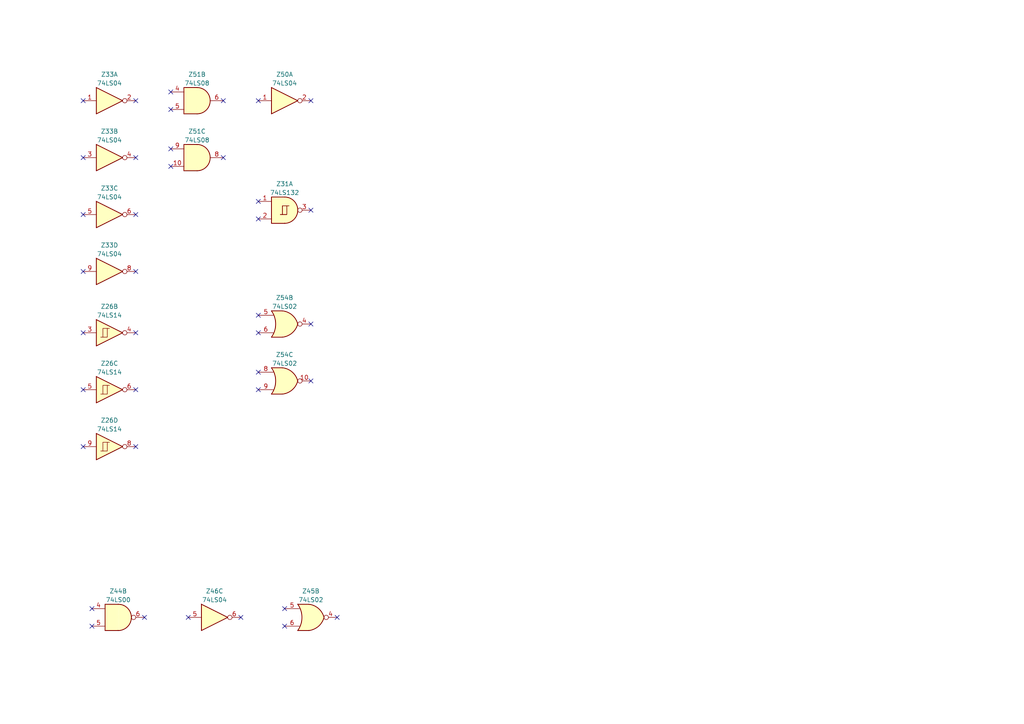
<source format=kicad_sch>
(kicad_sch (version 20230121) (generator eeschema)
  (paper "A4")
  (lib_symbols
    (symbol "74xx:74LS00" (pin_names (offset 1.016))
      (property "Reference" "U" (at 0 1.27 0))
      (property "Value" "74LS00" (at 0 -1.27 0))
      (symbol "74LS00_1_1"
        (arc (start 0 -3.81) (mid 3.7934 0) (end 0 3.81) (stroke (width 0.254)) (fill (type background)))
        (polyline (pts (xy 0 3.81) (xy -3.81 3.81) (xy -3.81 -3.81) (xy 0 -3.81)) (stroke (width 0.254)) (fill (type background)))
        (pin input line (at -7.62 2.54 0) (length 3.81) (name "~") (number "1"))
        (pin input line (at -7.62 -2.54 0) (length 3.81) (name "~") (number "2"))
        (pin output inverted (at 7.62 0 180) (length 3.81) (name "~") (number "3"))
      )
      (symbol "74LS00_1_2"
        (arc (start -3.81 -3.81) (mid -2.589 0) (end -3.81 3.81) (stroke (width 0.254)))
        (arc (start -0.6096 -3.81) (mid 2.1842 -2.5851) (end 3.81 0) (stroke (width 0.254)) (fill (type background)))
        (polyline (pts (xy -3.81 -3.81) (xy -0.635 -3.81)) (stroke (width 0.254)) (fill (type background)))
        (polyline (pts (xy -3.81 3.81) (xy -0.635 3.81)) (stroke (width 0.254)) (fill (type background)))
        (polyline (pts (xy -0.635 3.81) (xy -3.81 3.81) (xy -3.81 3.81) (xy -3.556 3.4036) (xy -3.0226 2.2606) (xy -2.6924 1.0414) (xy -2.6162 -0.254) (xy -2.7686 -1.4986) (xy -3.175 -2.7178) (xy -3.81 -3.81) (xy -3.81 -3.81) (xy -0.635 -3.81)) (stroke (width -25.4)) (fill (type background)))
        (arc (start 3.81 0) (mid 2.1915 2.5936) (end -0.6096 3.81) (stroke (width 0.254)) (fill (type background)))
        (pin input inverted (at -7.62 2.54 0) (length 4.318) (name "~") (number "1"))
        (pin input inverted (at -7.62 -2.54 0) (length 4.318) (name "~") (number "2"))
        (pin output line (at 7.62 0 180) (length 3.81) (name "~") (number "3"))
      )
      (symbol "74LS00_2_1"
        (arc (start 0 -3.81) (mid 3.7934 0) (end 0 3.81) (stroke (width 0.254)) (fill (type background)))
        (polyline (pts (xy 0 3.81) (xy -3.81 3.81) (xy -3.81 -3.81) (xy 0 -3.81)) (stroke (width 0.254)) (fill (type background)))
        (pin input line (at -7.62 2.54 0) (length 3.81) (name "~") (number "4"))
        (pin input line (at -7.62 -2.54 0) (length 3.81) (name "~") (number "5"))
        (pin output inverted (at 7.62 0 180) (length 3.81) (name "~") (number "6"))
      )
      (symbol "74LS00_2_2"
        (arc (start -3.81 -3.81) (mid -2.589 0) (end -3.81 3.81) (stroke (width 0.254)))
        (arc (start -0.6096 -3.81) (mid 2.1842 -2.5851) (end 3.81 0) (stroke (width 0.254)) (fill (type background)))
        (polyline (pts (xy -3.81 -3.81) (xy -0.635 -3.81)) (stroke (width 0.254)) (fill (type background)))
        (polyline (pts (xy -3.81 3.81) (xy -0.635 3.81)) (stroke (width 0.254)) (fill (type background)))
        (polyline (pts (xy -0.635 3.81) (xy -3.81 3.81) (xy -3.81 3.81) (xy -3.556 3.4036) (xy -3.0226 2.2606) (xy -2.6924 1.0414) (xy -2.6162 -0.254) (xy -2.7686 -1.4986) (xy -3.175 -2.7178) (xy -3.81 -3.81) (xy -3.81 -3.81) (xy -0.635 -3.81)) (stroke (width -25.4)) (fill (type background)))
        (arc (start 3.81 0) (mid 2.1915 2.5936) (end -0.6096 3.81) (stroke (width 0.254)) (fill (type background)))
        (pin input inverted (at -7.62 2.54 0) (length 4.318) (name "~") (number "4"))
        (pin input inverted (at -7.62 -2.54 0) (length 4.318) (name "~") (number "5"))
        (pin output line (at 7.62 0 180) (length 3.81) (name "~") (number "6"))
      )
      (symbol "74LS00_3_1"
        (arc (start 0 -3.81) (mid 3.7934 0) (end 0 3.81) (stroke (width 0.254)) (fill (type background)))
        (polyline (pts (xy 0 3.81) (xy -3.81 3.81) (xy -3.81 -3.81) (xy 0 -3.81)) (stroke (width 0.254)) (fill (type background)))
        (pin input line (at -7.62 -2.54 0) (length 3.81) (name "~") (number "10"))
        (pin output inverted (at 7.62 0 180) (length 3.81) (name "~") (number "8"))
        (pin input line (at -7.62 2.54 0) (length 3.81) (name "~") (number "9"))
      )
      (symbol "74LS00_3_2"
        (arc (start -3.81 -3.81) (mid -2.589 0) (end -3.81 3.81) (stroke (width 0.254)))
        (arc (start -0.6096 -3.81) (mid 2.1842 -2.5851) (end 3.81 0) (stroke (width 0.254)) (fill (type background)))
        (polyline (pts (xy -3.81 -3.81) (xy -0.635 -3.81)) (stroke (width 0.254)) (fill (type background)))
        (polyline (pts (xy -3.81 3.81) (xy -0.635 3.81)) (stroke (width 0.254)) (fill (type background)))
        (polyline (pts (xy -0.635 3.81) (xy -3.81 3.81) (xy -3.81 3.81) (xy -3.556 3.4036) (xy -3.0226 2.2606) (xy -2.6924 1.0414) (xy -2.6162 -0.254) (xy -2.7686 -1.4986) (xy -3.175 -2.7178) (xy -3.81 -3.81) (xy -3.81 -3.81) (xy -0.635 -3.81)) (stroke (width -25.4)) (fill (type background)))
        (arc (start 3.81 0) (mid 2.1915 2.5936) (end -0.6096 3.81) (stroke (width 0.254)) (fill (type background)))
        (pin input inverted (at -7.62 -2.54 0) (length 4.318) (name "~") (number "10"))
        (pin output line (at 7.62 0 180) (length 3.81) (name "~") (number "8"))
        (pin input inverted (at -7.62 2.54 0) (length 4.318) (name "~") (number "9"))
      )
      (symbol "74LS00_4_1"
        (arc (start 0 -3.81) (mid 3.7934 0) (end 0 3.81) (stroke (width 0.254)) (fill (type background)))
        (polyline (pts (xy 0 3.81) (xy -3.81 3.81) (xy -3.81 -3.81) (xy 0 -3.81)) (stroke (width 0.254)) (fill (type background)))
        (pin output inverted (at 7.62 0 180) (length 3.81) (name "~") (number "11"))
        (pin input line (at -7.62 2.54 0) (length 3.81) (name "~") (number "12"))
        (pin input line (at -7.62 -2.54 0) (length 3.81) (name "~") (number "13"))
      )
      (symbol "74LS00_4_2"
        (arc (start -3.81 -3.81) (mid -2.589 0) (end -3.81 3.81) (stroke (width 0.254)))
        (arc (start -0.6096 -3.81) (mid 2.1842 -2.5851) (end 3.81 0) (stroke (width 0.254)) (fill (type background)))
        (polyline (pts (xy -3.81 -3.81) (xy -0.635 -3.81)) (stroke (width 0.254)) (fill (type background)))
        (polyline (pts (xy -3.81 3.81) (xy -0.635 3.81)) (stroke (width 0.254)) (fill (type background)))
        (polyline (pts (xy -0.635 3.81) (xy -3.81 3.81) (xy -3.81 3.81) (xy -3.556 3.4036) (xy -3.0226 2.2606) (xy -2.6924 1.0414) (xy -2.6162 -0.254) (xy -2.7686 -1.4986) (xy -3.175 -2.7178) (xy -3.81 -3.81) (xy -3.81 -3.81) (xy -0.635 -3.81)) (stroke (width -25.4)) (fill (type background)))
        (arc (start 3.81 0) (mid 2.1915 2.5936) (end -0.6096 3.81) (stroke (width 0.254)) (fill (type background)))
        (pin output line (at 7.62 0 180) (length 3.81) (name "~") (number "11"))
        (pin input inverted (at -7.62 2.54 0) (length 4.318) (name "~") (number "12"))
        (pin input inverted (at -7.62 -2.54 0) (length 4.318) (name "~") (number "13"))
      )
      (symbol "74LS00_5_0"
        (pin power_in line (at 0 12.7 270) (length 5.08) (name "VCC") (number "14"))
        (pin power_in line (at 0 -12.7 90) (length 5.08) (name "GND") (number "7"))
      )
      (symbol "74LS00_5_1"
        (rectangle (start -5.08 7.62) (end 5.08 -7.62) (stroke (width 0.254)) (fill (type background)))
      )
    )
    (symbol "74xx:74LS02" (pin_names (offset 1.016))
      (property "Reference" "U" (at 0 1.27 0))
      (property "Value" "74LS02" (at 0 -1.27 0))
      (symbol "74LS02_1_1"
        (arc (start -3.81 -3.81) (mid -2.589 0) (end -3.81 3.81) (stroke (width 0.254)))
        (arc (start -0.6096 -3.81) (mid 2.1842 -2.5851) (end 3.81 0) (stroke (width 0.254)) (fill (type background)))
        (polyline (pts (xy -3.81 -3.81) (xy -0.635 -3.81)) (stroke (width 0.254)) (fill (type background)))
        (polyline (pts (xy -3.81 3.81) (xy -0.635 3.81)) (stroke (width 0.254)) (fill (type background)))
        (polyline (pts (xy -0.635 3.81) (xy -3.81 3.81) (xy -3.81 3.81) (xy -3.556 3.4036) (xy -3.0226 2.2606) (xy -2.6924 1.0414) (xy -2.6162 -0.254) (xy -2.7686 -1.4986) (xy -3.175 -2.7178) (xy -3.81 -3.81) (xy -3.81 -3.81) (xy -0.635 -3.81)) (stroke (width -25.4)) (fill (type background)))
        (arc (start 3.81 0) (mid 2.1915 2.5936) (end -0.6096 3.81) (stroke (width 0.254)) (fill (type background)))
        (pin output inverted (at 7.62 0 180) (length 3.81) (name "~") (number "1"))
        (pin input line (at -7.62 2.54 0) (length 4.318) (name "~") (number "2"))
        (pin input line (at -7.62 -2.54 0) (length 4.318) (name "~") (number "3"))
      )
      (symbol "74LS02_1_2"
        (arc (start 0 -3.81) (mid 3.7934 0) (end 0 3.81) (stroke (width 0.254)) (fill (type background)))
        (polyline (pts (xy 0 3.81) (xy -3.81 3.81) (xy -3.81 -3.81) (xy 0 -3.81)) (stroke (width 0.254)) (fill (type background)))
        (pin output line (at 7.62 0 180) (length 3.81) (name "~") (number "1"))
        (pin input inverted (at -7.62 2.54 0) (length 3.81) (name "~") (number "2"))
        (pin input inverted (at -7.62 -2.54 0) (length 3.81) (name "~") (number "3"))
      )
      (symbol "74LS02_2_1"
        (arc (start -3.81 -3.81) (mid -2.589 0) (end -3.81 3.81) (stroke (width 0.254)))
        (arc (start -0.6096 -3.81) (mid 2.1842 -2.5851) (end 3.81 0) (stroke (width 0.254)) (fill (type background)))
        (polyline (pts (xy -3.81 -3.81) (xy -0.635 -3.81)) (stroke (width 0.254)) (fill (type background)))
        (polyline (pts (xy -3.81 3.81) (xy -0.635 3.81)) (stroke (width 0.254)) (fill (type background)))
        (polyline (pts (xy -0.635 3.81) (xy -3.81 3.81) (xy -3.81 3.81) (xy -3.556 3.4036) (xy -3.0226 2.2606) (xy -2.6924 1.0414) (xy -2.6162 -0.254) (xy -2.7686 -1.4986) (xy -3.175 -2.7178) (xy -3.81 -3.81) (xy -3.81 -3.81) (xy -0.635 -3.81)) (stroke (width -25.4)) (fill (type background)))
        (arc (start 3.81 0) (mid 2.1915 2.5936) (end -0.6096 3.81) (stroke (width 0.254)) (fill (type background)))
        (pin output inverted (at 7.62 0 180) (length 3.81) (name "~") (number "4"))
        (pin input line (at -7.62 2.54 0) (length 4.318) (name "~") (number "5"))
        (pin input line (at -7.62 -2.54 0) (length 4.318) (name "~") (number "6"))
      )
      (symbol "74LS02_2_2"
        (arc (start 0 -3.81) (mid 3.7934 0) (end 0 3.81) (stroke (width 0.254)) (fill (type background)))
        (polyline (pts (xy 0 3.81) (xy -3.81 3.81) (xy -3.81 -3.81) (xy 0 -3.81)) (stroke (width 0.254)) (fill (type background)))
        (pin output line (at 7.62 0 180) (length 3.81) (name "~") (number "4"))
        (pin input inverted (at -7.62 2.54 0) (length 3.81) (name "~") (number "5"))
        (pin input inverted (at -7.62 -2.54 0) (length 3.81) (name "~") (number "6"))
      )
      (symbol "74LS02_3_1"
        (arc (start -3.81 -3.81) (mid -2.589 0) (end -3.81 3.81) (stroke (width 0.254)))
        (arc (start -0.6096 -3.81) (mid 2.1842 -2.5851) (end 3.81 0) (stroke (width 0.254)) (fill (type background)))
        (polyline (pts (xy -3.81 -3.81) (xy -0.635 -3.81)) (stroke (width 0.254)) (fill (type background)))
        (polyline (pts (xy -3.81 3.81) (xy -0.635 3.81)) (stroke (width 0.254)) (fill (type background)))
        (polyline (pts (xy -0.635 3.81) (xy -3.81 3.81) (xy -3.81 3.81) (xy -3.556 3.4036) (xy -3.0226 2.2606) (xy -2.6924 1.0414) (xy -2.6162 -0.254) (xy -2.7686 -1.4986) (xy -3.175 -2.7178) (xy -3.81 -3.81) (xy -3.81 -3.81) (xy -0.635 -3.81)) (stroke (width -25.4)) (fill (type background)))
        (arc (start 3.81 0) (mid 2.1915 2.5936) (end -0.6096 3.81) (stroke (width 0.254)) (fill (type background)))
        (pin output inverted (at 7.62 0 180) (length 3.81) (name "~") (number "10"))
        (pin input line (at -7.62 2.54 0) (length 4.318) (name "~") (number "8"))
        (pin input line (at -7.62 -2.54 0) (length 4.318) (name "~") (number "9"))
      )
      (symbol "74LS02_3_2"
        (arc (start 0 -3.81) (mid 3.7934 0) (end 0 3.81) (stroke (width 0.254)) (fill (type background)))
        (polyline (pts (xy 0 3.81) (xy -3.81 3.81) (xy -3.81 -3.81) (xy 0 -3.81)) (stroke (width 0.254)) (fill (type background)))
        (pin output line (at 7.62 0 180) (length 3.81) (name "~") (number "10"))
        (pin input inverted (at -7.62 2.54 0) (length 3.81) (name "~") (number "8"))
        (pin input inverted (at -7.62 -2.54 0) (length 3.81) (name "~") (number "9"))
      )
      (symbol "74LS02_4_1"
        (arc (start -3.81 -3.81) (mid -2.589 0) (end -3.81 3.81) (stroke (width 0.254)))
        (arc (start -0.6096 -3.81) (mid 2.1842 -2.5851) (end 3.81 0) (stroke (width 0.254)) (fill (type background)))
        (polyline (pts (xy -3.81 -3.81) (xy -0.635 -3.81)) (stroke (width 0.254)) (fill (type background)))
        (polyline (pts (xy -3.81 3.81) (xy -0.635 3.81)) (stroke (width 0.254)) (fill (type background)))
        (polyline (pts (xy -0.635 3.81) (xy -3.81 3.81) (xy -3.81 3.81) (xy -3.556 3.4036) (xy -3.0226 2.2606) (xy -2.6924 1.0414) (xy -2.6162 -0.254) (xy -2.7686 -1.4986) (xy -3.175 -2.7178) (xy -3.81 -3.81) (xy -3.81 -3.81) (xy -0.635 -3.81)) (stroke (width -25.4)) (fill (type background)))
        (arc (start 3.81 0) (mid 2.1915 2.5936) (end -0.6096 3.81) (stroke (width 0.254)) (fill (type background)))
        (pin input line (at -7.62 2.54 0) (length 4.318) (name "~") (number "11"))
        (pin input line (at -7.62 -2.54 0) (length 4.318) (name "~") (number "12"))
        (pin output inverted (at 7.62 0 180) (length 3.81) (name "~") (number "13"))
      )
      (symbol "74LS02_4_2"
        (arc (start 0 -3.81) (mid 3.7934 0) (end 0 3.81) (stroke (width 0.254)) (fill (type background)))
        (polyline (pts (xy 0 3.81) (xy -3.81 3.81) (xy -3.81 -3.81) (xy 0 -3.81)) (stroke (width 0.254)) (fill (type background)))
        (pin input inverted (at -7.62 2.54 0) (length 3.81) (name "~") (number "11"))
        (pin input inverted (at -7.62 -2.54 0) (length 3.81) (name "~") (number "12"))
        (pin output line (at 7.62 0 180) (length 3.81) (name "~") (number "13"))
      )
      (symbol "74LS02_5_0"
        (pin power_in line (at 0 12.7 270) (length 5.08) (name "VCC") (number "14"))
        (pin power_in line (at 0 -12.7 90) (length 5.08) (name "GND") (number "7"))
      )
      (symbol "74LS02_5_1"
        (rectangle (start -5.08 7.62) (end 5.08 -7.62) (stroke (width 0.254)) (fill (type background)))
      )
    )
    (symbol "74xx:74LS04"
      (property "Reference" "U" (at 0 1.27 0))
      (property "Value" "74LS04" (at 0 -1.27 0))
      (symbol "74LS04_1_0"
        (polyline (pts (xy -3.81 3.81) (xy -3.81 -3.81) (xy 3.81 0) (xy -3.81 3.81)) (stroke (width 0.254)) (fill (type background)))
        (pin input line (at -7.62 0 0) (length 3.81) (name "~") (number "1"))
        (pin output inverted (at 7.62 0 180) (length 3.81) (name "~") (number "2"))
      )
      (symbol "74LS04_2_0"
        (polyline (pts (xy -3.81 3.81) (xy -3.81 -3.81) (xy 3.81 0) (xy -3.81 3.81)) (stroke (width 0.254)) (fill (type background)))
        (pin input line (at -7.62 0 0) (length 3.81) (name "~") (number "3"))
        (pin output inverted (at 7.62 0 180) (length 3.81) (name "~") (number "4"))
      )
      (symbol "74LS04_3_0"
        (polyline (pts (xy -3.81 3.81) (xy -3.81 -3.81) (xy 3.81 0) (xy -3.81 3.81)) (stroke (width 0.254)) (fill (type background)))
        (pin input line (at -7.62 0 0) (length 3.81) (name "~") (number "5"))
        (pin output inverted (at 7.62 0 180) (length 3.81) (name "~") (number "6"))
      )
      (symbol "74LS04_4_0"
        (polyline (pts (xy -3.81 3.81) (xy -3.81 -3.81) (xy 3.81 0) (xy -3.81 3.81)) (stroke (width 0.254)) (fill (type background)))
        (pin output inverted (at 7.62 0 180) (length 3.81) (name "~") (number "8"))
        (pin input line (at -7.62 0 0) (length 3.81) (name "~") (number "9"))
      )
      (symbol "74LS04_5_0"
        (polyline (pts (xy -3.81 3.81) (xy -3.81 -3.81) (xy 3.81 0) (xy -3.81 3.81)) (stroke (width 0.254)) (fill (type background)))
        (pin output inverted (at 7.62 0 180) (length 3.81) (name "~") (number "10"))
        (pin input line (at -7.62 0 0) (length 3.81) (name "~") (number "11"))
      )
      (symbol "74LS04_6_0"
        (polyline (pts (xy -3.81 3.81) (xy -3.81 -3.81) (xy 3.81 0) (xy -3.81 3.81)) (stroke (width 0.254)) (fill (type background)))
        (pin output inverted (at 7.62 0 180) (length 3.81) (name "~") (number "12"))
        (pin input line (at -7.62 0 0) (length 3.81) (name "~") (number "13"))
      )
      (symbol "74LS04_7_0"
        (pin power_in line (at 0 12.7 270) (length 5.08) (name "VCC") (number "14"))
        (pin power_in line (at 0 -12.7 90) (length 5.08) (name "GND") (number "7"))
      )
      (symbol "74LS04_7_1"
        (rectangle (start -5.08 7.62) (end 5.08 -7.62) (stroke (width 0.254)) (fill (type background)))
      )
    )
    (symbol "74xx:74LS08" (pin_names (offset 1.016))
      (property "Reference" "U" (at 0 1.27 0))
      (property "Value" "74LS08" (at 0 -1.27 0))
      (symbol "74LS08_1_1"
        (arc (start 0 -3.81) (mid 3.7934 0) (end 0 3.81) (stroke (width 0.254)) (fill (type background)))
        (polyline (pts (xy 0 3.81) (xy -3.81 3.81) (xy -3.81 -3.81) (xy 0 -3.81)) (stroke (width 0.254)) (fill (type background)))
        (pin input line (at -7.62 2.54 0) (length 3.81) (name "~") (number "1"))
        (pin input line (at -7.62 -2.54 0) (length 3.81) (name "~") (number "2"))
        (pin output line (at 7.62 0 180) (length 3.81) (name "~") (number "3"))
      )
      (symbol "74LS08_1_2"
        (arc (start -3.81 -3.81) (mid -2.589 0) (end -3.81 3.81) (stroke (width 0.254)))
        (arc (start -0.6096 -3.81) (mid 2.1842 -2.5851) (end 3.81 0) (stroke (width 0.254)) (fill (type background)))
        (polyline (pts (xy -3.81 -3.81) (xy -0.635 -3.81)) (stroke (width 0.254)) (fill (type background)))
        (polyline (pts (xy -3.81 3.81) (xy -0.635 3.81)) (stroke (width 0.254)) (fill (type background)))
        (polyline (pts (xy -0.635 3.81) (xy -3.81 3.81) (xy -3.81 3.81) (xy -3.556 3.4036) (xy -3.0226 2.2606) (xy -2.6924 1.0414) (xy -2.6162 -0.254) (xy -2.7686 -1.4986) (xy -3.175 -2.7178) (xy -3.81 -3.81) (xy -3.81 -3.81) (xy -0.635 -3.81)) (stroke (width -25.4)) (fill (type background)))
        (arc (start 3.81 0) (mid 2.1915 2.5936) (end -0.6096 3.81) (stroke (width 0.254)) (fill (type background)))
        (pin input inverted (at -7.62 2.54 0) (length 4.318) (name "~") (number "1"))
        (pin input inverted (at -7.62 -2.54 0) (length 4.318) (name "~") (number "2"))
        (pin output inverted (at 7.62 0 180) (length 3.81) (name "~") (number "3"))
      )
      (symbol "74LS08_2_1"
        (arc (start 0 -3.81) (mid 3.7934 0) (end 0 3.81) (stroke (width 0.254)) (fill (type background)))
        (polyline (pts (xy 0 3.81) (xy -3.81 3.81) (xy -3.81 -3.81) (xy 0 -3.81)) (stroke (width 0.254)) (fill (type background)))
        (pin input line (at -7.62 2.54 0) (length 3.81) (name "~") (number "4"))
        (pin input line (at -7.62 -2.54 0) (length 3.81) (name "~") (number "5"))
        (pin output line (at 7.62 0 180) (length 3.81) (name "~") (number "6"))
      )
      (symbol "74LS08_2_2"
        (arc (start -3.81 -3.81) (mid -2.589 0) (end -3.81 3.81) (stroke (width 0.254)))
        (arc (start -0.6096 -3.81) (mid 2.1842 -2.5851) (end 3.81 0) (stroke (width 0.254)) (fill (type background)))
        (polyline (pts (xy -3.81 -3.81) (xy -0.635 -3.81)) (stroke (width 0.254)) (fill (type background)))
        (polyline (pts (xy -3.81 3.81) (xy -0.635 3.81)) (stroke (width 0.254)) (fill (type background)))
        (polyline (pts (xy -0.635 3.81) (xy -3.81 3.81) (xy -3.81 3.81) (xy -3.556 3.4036) (xy -3.0226 2.2606) (xy -2.6924 1.0414) (xy -2.6162 -0.254) (xy -2.7686 -1.4986) (xy -3.175 -2.7178) (xy -3.81 -3.81) (xy -3.81 -3.81) (xy -0.635 -3.81)) (stroke (width -25.4)) (fill (type background)))
        (arc (start 3.81 0) (mid 2.1915 2.5936) (end -0.6096 3.81) (stroke (width 0.254)) (fill (type background)))
        (pin input inverted (at -7.62 2.54 0) (length 4.318) (name "~") (number "4"))
        (pin input inverted (at -7.62 -2.54 0) (length 4.318) (name "~") (number "5"))
        (pin output inverted (at 7.62 0 180) (length 3.81) (name "~") (number "6"))
      )
      (symbol "74LS08_3_1"
        (arc (start 0 -3.81) (mid 3.7934 0) (end 0 3.81) (stroke (width 0.254)) (fill (type background)))
        (polyline (pts (xy 0 3.81) (xy -3.81 3.81) (xy -3.81 -3.81) (xy 0 -3.81)) (stroke (width 0.254)) (fill (type background)))
        (pin input line (at -7.62 -2.54 0) (length 3.81) (name "~") (number "10"))
        (pin output line (at 7.62 0 180) (length 3.81) (name "~") (number "8"))
        (pin input line (at -7.62 2.54 0) (length 3.81) (name "~") (number "9"))
      )
      (symbol "74LS08_3_2"
        (arc (start -3.81 -3.81) (mid -2.589 0) (end -3.81 3.81) (stroke (width 0.254)))
        (arc (start -0.6096 -3.81) (mid 2.1842 -2.5851) (end 3.81 0) (stroke (width 0.254)) (fill (type background)))
        (polyline (pts (xy -3.81 -3.81) (xy -0.635 -3.81)) (stroke (width 0.254)) (fill (type background)))
        (polyline (pts (xy -3.81 3.81) (xy -0.635 3.81)) (stroke (width 0.254)) (fill (type background)))
        (polyline (pts (xy -0.635 3.81) (xy -3.81 3.81) (xy -3.81 3.81) (xy -3.556 3.4036) (xy -3.0226 2.2606) (xy -2.6924 1.0414) (xy -2.6162 -0.254) (xy -2.7686 -1.4986) (xy -3.175 -2.7178) (xy -3.81 -3.81) (xy -3.81 -3.81) (xy -0.635 -3.81)) (stroke (width -25.4)) (fill (type background)))
        (arc (start 3.81 0) (mid 2.1915 2.5936) (end -0.6096 3.81) (stroke (width 0.254)) (fill (type background)))
        (pin input inverted (at -7.62 -2.54 0) (length 4.318) (name "~") (number "10"))
        (pin output inverted (at 7.62 0 180) (length 3.81) (name "~") (number "8"))
        (pin input inverted (at -7.62 2.54 0) (length 4.318) (name "~") (number "9"))
      )
      (symbol "74LS08_4_1"
        (arc (start 0 -3.81) (mid 3.7934 0) (end 0 3.81) (stroke (width 0.254)) (fill (type background)))
        (polyline (pts (xy 0 3.81) (xy -3.81 3.81) (xy -3.81 -3.81) (xy 0 -3.81)) (stroke (width 0.254)) (fill (type background)))
        (pin output line (at 7.62 0 180) (length 3.81) (name "~") (number "11"))
        (pin input line (at -7.62 2.54 0) (length 3.81) (name "~") (number "12"))
        (pin input line (at -7.62 -2.54 0) (length 3.81) (name "~") (number "13"))
      )
      (symbol "74LS08_4_2"
        (arc (start -3.81 -3.81) (mid -2.589 0) (end -3.81 3.81) (stroke (width 0.254)))
        (arc (start -0.6096 -3.81) (mid 2.1842 -2.5851) (end 3.81 0) (stroke (width 0.254)) (fill (type background)))
        (polyline (pts (xy -3.81 -3.81) (xy -0.635 -3.81)) (stroke (width 0.254)) (fill (type background)))
        (polyline (pts (xy -3.81 3.81) (xy -0.635 3.81)) (stroke (width 0.254)) (fill (type background)))
        (polyline (pts (xy -0.635 3.81) (xy -3.81 3.81) (xy -3.81 3.81) (xy -3.556 3.4036) (xy -3.0226 2.2606) (xy -2.6924 1.0414) (xy -2.6162 -0.254) (xy -2.7686 -1.4986) (xy -3.175 -2.7178) (xy -3.81 -3.81) (xy -3.81 -3.81) (xy -0.635 -3.81)) (stroke (width -25.4)) (fill (type background)))
        (arc (start 3.81 0) (mid 2.1915 2.5936) (end -0.6096 3.81) (stroke (width 0.254)) (fill (type background)))
        (pin output inverted (at 7.62 0 180) (length 3.81) (name "~") (number "11"))
        (pin input inverted (at -7.62 2.54 0) (length 4.318) (name "~") (number "12"))
        (pin input inverted (at -7.62 -2.54 0) (length 4.318) (name "~") (number "13"))
      )
      (symbol "74LS08_5_0"
        (pin power_in line (at 0 12.7 270) (length 5.08) (name "VCC") (number "14"))
        (pin power_in line (at 0 -12.7 90) (length 5.08) (name "GND") (number "7"))
      )
      (symbol "74LS08_5_1"
        (rectangle (start -5.08 7.62) (end 5.08 -7.62) (stroke (width 0.254)) (fill (type background)))
      )
    )
    (symbol "74xx:74LS132" (pin_names (offset 1.016))
      (property "Reference" "U" (at 0 1.27 0))
      (property "Value" "74LS132" (at 0 -1.27 0))
      (symbol "74LS132_1_0"
        (polyline (pts (xy -0.635 -1.27) (xy -0.635 1.27) (xy 0.635 1.27)))
        (polyline (pts (xy -0.635 -1.27) (xy -0.635 1.27) (xy 0.635 1.27)))
        (polyline (pts (xy -1.27 -1.27) (xy 0.635 -1.27) (xy 0.635 1.27) (xy 1.27 1.27)))
        (polyline (pts (xy -1.27 -1.27) (xy 0.635 -1.27) (xy 0.635 1.27) (xy 1.27 1.27)))
      )
      (symbol "74LS132_1_1"
        (arc (start 0 -3.81) (mid 3.7934 0) (end 0 3.81) (stroke (width 0.254)) (fill (type background)))
        (polyline (pts (xy 0 3.81) (xy -3.81 3.81) (xy -3.81 -3.81) (xy 0 -3.81)) (stroke (width 0.254)) (fill (type background)))
        (pin input line (at -7.62 2.54 0) (length 3.81) (name "~") (number "1"))
        (pin input line (at -7.62 -2.54 0) (length 3.81) (name "~") (number "2"))
        (pin output inverted (at 7.62 0 180) (length 3.81) (name "~") (number "3"))
      )
      (symbol "74LS132_1_2"
        (arc (start -3.81 -3.81) (mid -2.589 0) (end -3.81 3.81) (stroke (width 0.254)))
        (arc (start -0.6096 -3.81) (mid 2.1842 -2.5851) (end 3.81 0) (stroke (width 0.254)) (fill (type background)))
        (polyline (pts (xy -3.81 -3.81) (xy -0.635 -3.81)) (stroke (width 0.254)) (fill (type background)))
        (polyline (pts (xy -3.81 3.81) (xy -0.635 3.81)) (stroke (width 0.254)) (fill (type background)))
        (polyline (pts (xy -0.635 3.81) (xy -3.81 3.81) (xy -3.81 3.81) (xy -3.556 3.4036) (xy -3.0226 2.2606) (xy -2.6924 1.0414) (xy -2.6162 -0.254) (xy -2.7686 -1.4986) (xy -3.175 -2.7178) (xy -3.81 -3.81) (xy -3.81 -3.81) (xy -0.635 -3.81)) (stroke (width -25.4)) (fill (type background)))
        (arc (start 3.81 0) (mid 2.1915 2.5936) (end -0.6096 3.81) (stroke (width 0.254)) (fill (type background)))
        (pin input inverted (at -7.62 2.54 0) (length 4.318) (name "~") (number "1"))
        (pin input inverted (at -7.62 -2.54 0) (length 4.318) (name "~") (number "2"))
        (pin output line (at 7.62 0 180) (length 3.81) (name "~") (number "3"))
      )
      (symbol "74LS132_2_0"
        (polyline (pts (xy -0.635 -1.27) (xy -0.635 1.27) (xy 0.635 1.27)))
        (polyline (pts (xy -0.635 -1.27) (xy -0.635 1.27) (xy 0.635 1.27)))
        (polyline (pts (xy -1.27 -1.27) (xy 0.635 -1.27) (xy 0.635 1.27) (xy 1.27 1.27)))
        (polyline (pts (xy -1.27 -1.27) (xy 0.635 -1.27) (xy 0.635 1.27) (xy 1.27 1.27)))
      )
      (symbol "74LS132_2_1"
        (arc (start 0 -3.81) (mid 3.7934 0) (end 0 3.81) (stroke (width 0.254)) (fill (type background)))
        (polyline (pts (xy 0 3.81) (xy -3.81 3.81) (xy -3.81 -3.81) (xy 0 -3.81)) (stroke (width 0.254)) (fill (type background)))
        (pin input line (at -7.62 2.54 0) (length 3.81) (name "~") (number "4"))
        (pin input line (at -7.62 -2.54 0) (length 3.81) (name "~") (number "5"))
        (pin output inverted (at 7.62 0 180) (length 3.81) (name "~") (number "6"))
      )
      (symbol "74LS132_2_2"
        (arc (start -3.81 -3.81) (mid -2.589 0) (end -3.81 3.81) (stroke (width 0.254)))
        (arc (start -0.6096 -3.81) (mid 2.1842 -2.5851) (end 3.81 0) (stroke (width 0.254)) (fill (type background)))
        (polyline (pts (xy -3.81 -3.81) (xy -0.635 -3.81)) (stroke (width 0.254)) (fill (type background)))
        (polyline (pts (xy -3.81 3.81) (xy -0.635 3.81)) (stroke (width 0.254)) (fill (type background)))
        (polyline (pts (xy -0.635 3.81) (xy -3.81 3.81) (xy -3.81 3.81) (xy -3.556 3.4036) (xy -3.0226 2.2606) (xy -2.6924 1.0414) (xy -2.6162 -0.254) (xy -2.7686 -1.4986) (xy -3.175 -2.7178) (xy -3.81 -3.81) (xy -3.81 -3.81) (xy -0.635 -3.81)) (stroke (width -25.4)) (fill (type background)))
        (arc (start 3.81 0) (mid 2.1915 2.5936) (end -0.6096 3.81) (stroke (width 0.254)) (fill (type background)))
        (pin input inverted (at -7.62 2.54 0) (length 4.318) (name "~") (number "4"))
        (pin input inverted (at -7.62 -2.54 0) (length 4.318) (name "~") (number "5"))
        (pin output line (at 7.62 0 180) (length 3.81) (name "~") (number "6"))
      )
      (symbol "74LS132_3_0"
        (polyline (pts (xy -0.635 -1.27) (xy -0.635 1.27) (xy 0.635 1.27)))
        (polyline (pts (xy -0.635 -1.27) (xy -0.635 1.27) (xy 0.635 1.27)))
        (polyline (pts (xy -1.27 -1.27) (xy 0.635 -1.27) (xy 0.635 1.27) (xy 1.27 1.27)))
        (polyline (pts (xy -1.27 -1.27) (xy 0.635 -1.27) (xy 0.635 1.27) (xy 1.27 1.27)))
      )
      (symbol "74LS132_3_1"
        (arc (start 0 -3.81) (mid 3.7934 0) (end 0 3.81) (stroke (width 0.254)) (fill (type background)))
        (polyline (pts (xy 0 3.81) (xy -3.81 3.81) (xy -3.81 -3.81) (xy 0 -3.81)) (stroke (width 0.254)) (fill (type background)))
        (pin input line (at -7.62 -2.54 0) (length 3.81) (name "~") (number "10"))
        (pin output inverted (at 7.62 0 180) (length 3.81) (name "~") (number "8"))
        (pin input line (at -7.62 2.54 0) (length 3.81) (name "~") (number "9"))
      )
      (symbol "74LS132_3_2"
        (arc (start -3.81 -3.81) (mid -2.589 0) (end -3.81 3.81) (stroke (width 0.254)))
        (arc (start -0.6096 -3.81) (mid 2.1842 -2.5851) (end 3.81 0) (stroke (width 0.254)) (fill (type background)))
        (polyline (pts (xy -3.81 -3.81) (xy -0.635 -3.81)) (stroke (width 0.254)) (fill (type background)))
        (polyline (pts (xy -3.81 3.81) (xy -0.635 3.81)) (stroke (width 0.254)) (fill (type background)))
        (polyline (pts (xy -0.635 3.81) (xy -3.81 3.81) (xy -3.81 3.81) (xy -3.556 3.4036) (xy -3.0226 2.2606) (xy -2.6924 1.0414) (xy -2.6162 -0.254) (xy -2.7686 -1.4986) (xy -3.175 -2.7178) (xy -3.81 -3.81) (xy -3.81 -3.81) (xy -0.635 -3.81)) (stroke (width -25.4)) (fill (type background)))
        (arc (start 3.81 0) (mid 2.1915 2.5936) (end -0.6096 3.81) (stroke (width 0.254)) (fill (type background)))
        (pin input inverted (at -7.62 -2.54 0) (length 4.318) (name "~") (number "10"))
        (pin output line (at 7.62 0 180) (length 3.81) (name "~") (number "8"))
        (pin input inverted (at -7.62 2.54 0) (length 4.318) (name "~") (number "9"))
      )
      (symbol "74LS132_4_0"
        (polyline (pts (xy -0.635 -1.27) (xy -0.635 1.27) (xy 0.635 1.27)))
        (polyline (pts (xy -0.635 -1.27) (xy -0.635 1.27) (xy 0.635 1.27)))
        (polyline (pts (xy -1.27 -1.27) (xy 0.635 -1.27) (xy 0.635 1.27) (xy 1.27 1.27)))
        (polyline (pts (xy -1.27 -1.27) (xy 0.635 -1.27) (xy 0.635 1.27) (xy 1.27 1.27)))
      )
      (symbol "74LS132_4_1"
        (arc (start 0 -3.81) (mid 3.7934 0) (end 0 3.81) (stroke (width 0.254)) (fill (type background)))
        (polyline (pts (xy 0 3.81) (xy -3.81 3.81) (xy -3.81 -3.81) (xy 0 -3.81)) (stroke (width 0.254)) (fill (type background)))
        (pin output inverted (at 7.62 0 180) (length 3.81) (name "~") (number "11"))
        (pin input line (at -7.62 2.54 0) (length 3.81) (name "~") (number "12"))
        (pin input line (at -7.62 -2.54 0) (length 3.81) (name "~") (number "13"))
      )
      (symbol "74LS132_4_2"
        (arc (start -3.81 -3.81) (mid -2.589 0) (end -3.81 3.81) (stroke (width 0.254)))
        (arc (start -0.6096 -3.81) (mid 2.1842 -2.5851) (end 3.81 0) (stroke (width 0.254)) (fill (type background)))
        (polyline (pts (xy -3.81 -3.81) (xy -0.635 -3.81)) (stroke (width 0.254)) (fill (type background)))
        (polyline (pts (xy -3.81 3.81) (xy -0.635 3.81)) (stroke (width 0.254)) (fill (type background)))
        (polyline (pts (xy -0.635 3.81) (xy -3.81 3.81) (xy -3.81 3.81) (xy -3.556 3.4036) (xy -3.0226 2.2606) (xy -2.6924 1.0414) (xy -2.6162 -0.254) (xy -2.7686 -1.4986) (xy -3.175 -2.7178) (xy -3.81 -3.81) (xy -3.81 -3.81) (xy -0.635 -3.81)) (stroke (width -25.4)) (fill (type background)))
        (arc (start 3.81 0) (mid 2.1915 2.5936) (end -0.6096 3.81) (stroke (width 0.254)) (fill (type background)))
        (pin output line (at 7.62 0 180) (length 3.81) (name "~") (number "11"))
        (pin input inverted (at -7.62 2.54 0) (length 4.318) (name "~") (number "12"))
        (pin input inverted (at -7.62 -2.54 0) (length 4.318) (name "~") (number "13"))
      )
      (symbol "74LS132_5_0"
        (pin power_in line (at 0 12.7 270) (length 5.08) (name "VCC") (number "14"))
        (pin power_in line (at 0 -12.7 90) (length 5.08) (name "GND") (number "7"))
      )
      (symbol "74LS132_5_1"
        (rectangle (start -5.08 7.62) (end 5.08 -7.62) (stroke (width 0.254)) (fill (type background)))
      )
    )
    (symbol "74xx:74LS14" (pin_names (offset 1.016))
      (property "Reference" "U" (at 0 1.27 0))
      (property "Value" "74LS14" (at 0 -1.27 0))
      (symbol "74LS14_1_0"
        (polyline (pts (xy -3.81 3.81) (xy -3.81 -3.81) (xy 3.81 0) (xy -3.81 3.81)) (stroke (width 0.254)) (fill (type background)))
        (pin input line (at -7.62 0 0) (length 3.81) (name "~") (number "1"))
        (pin output inverted (at 7.62 0 180) (length 3.81) (name "~") (number "2"))
      )
      (symbol "74LS14_1_1"
        (polyline (pts (xy -1.905 -1.27) (xy -1.905 1.27) (xy -0.635 1.27)))
        (polyline (pts (xy -2.54 -1.27) (xy -0.635 -1.27) (xy -0.635 1.27) (xy 0 1.27)))
      )
      (symbol "74LS14_2_0"
        (polyline (pts (xy -3.81 3.81) (xy -3.81 -3.81) (xy 3.81 0) (xy -3.81 3.81)) (stroke (width 0.254)) (fill (type background)))
        (pin input line (at -7.62 0 0) (length 3.81) (name "~") (number "3"))
        (pin output inverted (at 7.62 0 180) (length 3.81) (name "~") (number "4"))
      )
      (symbol "74LS14_2_1"
        (polyline (pts (xy -1.905 -1.27) (xy -1.905 1.27) (xy -0.635 1.27)))
        (polyline (pts (xy -2.54 -1.27) (xy -0.635 -1.27) (xy -0.635 1.27) (xy 0 1.27)))
      )
      (symbol "74LS14_3_0"
        (polyline (pts (xy -3.81 3.81) (xy -3.81 -3.81) (xy 3.81 0) (xy -3.81 3.81)) (stroke (width 0.254)) (fill (type background)))
        (pin input line (at -7.62 0 0) (length 3.81) (name "~") (number "5"))
        (pin output inverted (at 7.62 0 180) (length 3.81) (name "~") (number "6"))
      )
      (symbol "74LS14_3_1"
        (polyline (pts (xy -1.905 -1.27) (xy -1.905 1.27) (xy -0.635 1.27)))
        (polyline (pts (xy -2.54 -1.27) (xy -0.635 -1.27) (xy -0.635 1.27) (xy 0 1.27)))
      )
      (symbol "74LS14_4_0"
        (polyline (pts (xy -3.81 3.81) (xy -3.81 -3.81) (xy 3.81 0) (xy -3.81 3.81)) (stroke (width 0.254)) (fill (type background)))
        (pin output inverted (at 7.62 0 180) (length 3.81) (name "~") (number "8"))
        (pin input line (at -7.62 0 0) (length 3.81) (name "~") (number "9"))
      )
      (symbol "74LS14_4_1"
        (polyline (pts (xy -1.905 -1.27) (xy -1.905 1.27) (xy -0.635 1.27)))
        (polyline (pts (xy -2.54 -1.27) (xy -0.635 -1.27) (xy -0.635 1.27) (xy 0 1.27)))
      )
      (symbol "74LS14_5_0"
        (polyline (pts (xy -3.81 3.81) (xy -3.81 -3.81) (xy 3.81 0) (xy -3.81 3.81)) (stroke (width 0.254)) (fill (type background)))
        (pin output inverted (at 7.62 0 180) (length 3.81) (name "~") (number "10"))
        (pin input line (at -7.62 0 0) (length 3.81) (name "~") (number "11"))
      )
      (symbol "74LS14_5_1"
        (polyline (pts (xy -1.905 -1.27) (xy -1.905 1.27) (xy -0.635 1.27)))
        (polyline (pts (xy -2.54 -1.27) (xy -0.635 -1.27) (xy -0.635 1.27) (xy 0 1.27)))
      )
      (symbol "74LS14_6_0"
        (polyline (pts (xy -3.81 3.81) (xy -3.81 -3.81) (xy 3.81 0) (xy -3.81 3.81)) (stroke (width 0.254)) (fill (type background)))
        (pin output inverted (at 7.62 0 180) (length 3.81) (name "~") (number "12"))
        (pin input line (at -7.62 0 0) (length 3.81) (name "~") (number "13"))
      )
      (symbol "74LS14_6_1"
        (polyline (pts (xy -1.905 -1.27) (xy -1.905 1.27) (xy -0.635 1.27)))
        (polyline (pts (xy -2.54 -1.27) (xy -0.635 -1.27) (xy -0.635 1.27) (xy 0 1.27)))
      )
      (symbol "74LS14_7_0"
        (pin power_in line (at 0 12.7 270) (length 5.08) (name "VCC") (number "14"))
        (pin power_in line (at 0 -12.7 90) (length 5.08) (name "GND") (number "7"))
      )
      (symbol "74LS14_7_1"
        (rectangle (start -5.08 7.62) (end 5.08 -7.62) (stroke (width 0.254)) (fill (type background)))
      )
    )
  )
  (no_connect (at 39.37 96.52))
  (no_connect (at 39.37 113.03))
  (no_connect (at 74.93 96.52))
  (no_connect (at 74.93 91.44))
  (no_connect (at 24.13 96.52))
  (no_connect (at 97.79 179.07))
  (no_connect (at 69.85 179.07))
  (no_connect (at 82.55 181.61))
  (no_connect (at 82.55 176.53))
  (no_connect (at 54.61 179.07))
  (no_connect (at 26.67 176.53))
  (no_connect (at 26.67 181.61))
  (no_connect (at 41.91 179.07))
  (no_connect (at 24.13 113.03))
  (no_connect (at 39.37 129.54))
  (no_connect (at 24.13 129.54))
  (no_connect (at 74.93 29.21))
  (no_connect (at 90.17 29.21))
  (no_connect (at 64.77 45.72))
  (no_connect (at 64.77 29.21))
  (no_connect (at 90.17 93.98))
  (no_connect (at 74.93 113.03))
  (no_connect (at 74.93 107.95))
  (no_connect (at 90.17 110.49))
  (no_connect (at 24.13 29.21))
  (no_connect (at 24.13 62.23))
  (no_connect (at 24.13 45.72))
  (no_connect (at 39.37 45.72))
  (no_connect (at 39.37 29.21))
  (no_connect (at 49.53 48.26))
  (no_connect (at 49.53 43.18))
  (no_connect (at 49.53 31.75))
  (no_connect (at 49.53 26.67))
  (no_connect (at 39.37 62.23))
  (no_connect (at 39.37 78.74))
  (no_connect (at 24.13 78.74))
  (no_connect (at 90.17 60.96))
  (no_connect (at 74.93 63.5))
  (no_connect (at 74.93 58.42))
  (symbol (lib_id "74xx:74LS14") (at 31.75 113.03 0) (unit 3)
    (property "Reference" "Z26" (at 31.75 105.41 0))
    (property "Value" "74LS14" (at 31.75 107.95 0))
    (property "Footprint" "Package_DIP:DIP-14_W7.62mm" (effects hide))
    (property "Datasheet" "http://www.ti.com/lit/gpn/sn74LS14" (effects hide))
  )
  (symbol (lib_id "74xx:74LS04") (at 62.23 179.07 0) (unit 3)
    (property "Reference" "Z46" (at 62.23 171.45 0))
    (property "Value" "74LS04" (at 62.23 173.99 0))
    (property "Footprint" "Package_DIP:DIP-14_W7.62mm" (effects hide))
    (property "Datasheet" "http://www.ti.com/lit/gpn/sn74LS04" (effects hide))
  )
  (symbol (lib_id "74xx:74LS14") (at 31.75 129.54 0) (unit 4)
    (property "Reference" "Z26" (at 31.75 121.92 0))
    (property "Value" "74LS14" (at 31.75 124.46 0))
    (property "Footprint" "Package_DIP:DIP-14_W7.62mm" (effects hide))
    (property "Datasheet" "http://www.ti.com/lit/gpn/sn74LS14" (effects hide))
  )
  (symbol (lib_id "74xx:74LS02") (at 82.55 110.49 0) (unit 3)
    (property "Reference" "Z54" (at 82.55 102.87 0))
    (property "Value" "74LS02" (at 82.55 105.41 0))
    (property "Footprint" "Package_DIP:DIP-14_W7.62mm" (effects hide))
    (property "Datasheet" "http://www.ti.com/lit/gpn/sn74ls02" (effects hide))
  )
  (symbol (lib_id "74xx:74LS14") (at 31.75 96.52 0) (unit 2)
    (property "Reference" "Z26" (at 31.75 88.9 0))
    (property "Value" "74LS14" (at 31.75 91.44 0))
    (property "Footprint" "Package_DIP:DIP-14_W7.62mm" (effects hide))
    (property "Datasheet" "http://www.ti.com/lit/gpn/sn74LS14" (effects hide))
  )
  (symbol (lib_id "74xx:74LS00") (at 34.29 179.07 0) (unit 2)
    (property "Reference" "Z44" (at 34.29 171.45 0))
    (property "Value" "74LS00" (at 34.29 173.99 0))
    (property "Footprint" "Package_DIP:DIP-14_W7.62mm" (effects hide))
    (property "Datasheet" "http://www.ti.com/lit/gpn/sn74ls00" (effects hide))
  )
  (symbol (lib_id "74xx:74LS04") (at 82.55 29.21 0) (unit 1)
    (property "Reference" "Z50" (at 82.55 21.59 0))
    (property "Value" "74LS04" (at 82.55 24.13 0))
    (property "Footprint" "Package_DIP:DIP-14_W7.62mm" (effects hide))
    (property "Datasheet" "http://www.ti.com/lit/gpn/sn74LS04" (effects hide))
  )
  (symbol (lib_id "74xx:74LS02") (at 82.55 93.98 0) (unit 2)
    (property "Reference" "Z54" (at 82.55 86.36 0))
    (property "Value" "74LS02" (at 82.55 88.9 0))
    (property "Footprint" "Package_DIP:DIP-14_W7.62mm" (effects hide))
    (property "Datasheet" "http://www.ti.com/lit/gpn/sn74ls02" (effects hide))
  )
  (symbol (lib_id "74xx:74LS08") (at 57.15 45.72 0) (unit 3)
    (property "Reference" "Z51" (at 57.15 38.1 0))
    (property "Value" "74LS08" (at 57.15 40.64 0))
    (property "Footprint" "Package_DIP:DIP-14_W7.62mm" (effects hide))
    (property "Datasheet" "http://www.ti.com/lit/gpn/sn74LS08" (effects hide))
  )
  (symbol (lib_id "74xx:74LS04") (at 31.75 29.21 0) (unit 1)
    (property "Reference" "Z33" (at 31.75 21.59 0))
    (property "Value" "74LS04" (at 31.75 24.13 0))
    (property "Footprint" "Package_DIP:DIP-14_W7.62mm" (effects hide))
    (property "Datasheet" "http://www.ti.com/lit/gpn/sn74LS04" (effects hide))
  )
  (symbol (lib_id "74xx:74LS08") (at 57.15 29.21 0) (unit 2)
    (property "Reference" "Z51" (at 57.15 21.59 0))
    (property "Value" "74LS08" (at 57.15 24.13 0))
    (property "Footprint" "Package_DIP:DIP-14_W7.62mm" (effects hide))
    (property "Datasheet" "http://www.ti.com/lit/gpn/sn74LS08" (effects hide))
  )
  (symbol (lib_id "74xx:74LS132") (at 82.55 60.96 0) (unit 1)
    (property "Reference" "Z31" (at 82.55 53.34 0))
    (property "Value" "74LS132" (at 82.55 55.88 0))
    (property "Footprint" "Package_DIP:DIP-14_W7.62mm" (effects hide))
    (property "Datasheet" "http://www.ti.com/lit/gpn/sn74LS132" (effects hide))
  )
  (symbol (lib_id "74xx:74LS04") (at 31.75 45.72 0) (unit 2)
    (property "Reference" "Z33" (at 31.75 38.1 0))
    (property "Value" "74LS04" (at 31.75 40.64 0))
    (property "Footprint" "Package_DIP:DIP-14_W7.62mm" (effects hide))
    (property "Datasheet" "http://www.ti.com/lit/gpn/sn74LS04" (effects hide))
  )
  (symbol (lib_id "74xx:74LS04") (at 31.75 62.23 0) (unit 3)
    (property "Reference" "Z33" (at 31.75 54.61 0))
    (property "Value" "74LS04" (at 31.75 57.15 0))
    (property "Footprint" "Package_DIP:DIP-14_W7.62mm" (effects hide))
    (property "Datasheet" "http://www.ti.com/lit/gpn/sn74LS04" (effects hide))
  )
  (symbol (lib_id "74xx:74LS02") (at 90.17 179.07 0) (unit 2)
    (property "Reference" "Z45" (at 90.17 171.45 0))
    (property "Value" "74LS02" (at 90.17 173.99 0))
    (property "Footprint" "Package_DIP:DIP-14_W7.62mm" (effects hide))
    (property "Datasheet" "http://www.ti.com/lit/gpn/sn74ls02" (effects hide))
  )
  (symbol (lib_id "74xx:74LS04") (at 31.75 78.74 0) (unit 4)
    (property "Reference" "Z33" (at 31.75 71.12 0))
    (property "Value" "74LS04" (at 31.75 73.66 0))
    (property "Footprint" "Package_DIP:DIP-14_W7.62mm" (effects hide))
    (property "Datasheet" "http://www.ti.com/lit/gpn/sn74LS04" (effects hide))
  )
)
</source>
